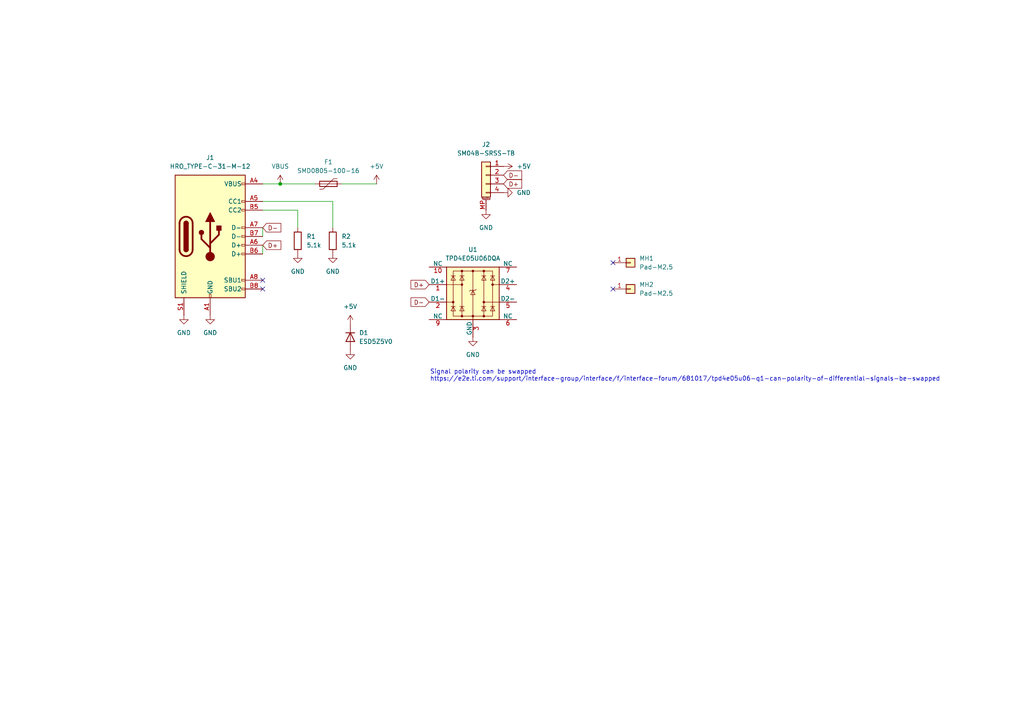
<source format=kicad_sch>
(kicad_sch (version 20250114) (generator "eeschema") (generator_version "9.0")
  (paper "A4")
  (lib_symbols
    (symbol "Connector:USB_C_Receptacle_USB2.0_16P" (pin_names (offset 1.016))
      (property "Reference" "J" (at 0 22.225 0))
      (property "Value" "USB_C_Receptacle_USB2.0_16P" (at 0 19.685 0))
      (symbol "USB_C_Receptacle_USB2.0_16P_0_0"
        (rectangle (start -0.254 -17.78) (end 0.254 -16.764))
        (rectangle (start 10.16 15.494) (end 9.144 14.986))
        (rectangle (start 10.16 10.414) (end 9.144 9.906))
        (rectangle (start 10.16 7.874) (end 9.144 7.366))
        (rectangle (start 10.16 2.794) (end 9.144 2.286))
        (rectangle (start 10.16 0.254) (end 9.144 -0.254))
        (rectangle (start 10.16 -2.286) (end 9.144 -2.794))
        (rectangle (start 10.16 -4.826) (end 9.144 -5.334))
        (rectangle (start 10.16 -12.446) (end 9.144 -12.954))
        (rectangle (start 10.16 -14.986) (end 9.144 -15.494))
      )
      (symbol "USB_C_Receptacle_USB2.0_16P_0_1"
        (rectangle (start -10.16 17.78) (end 10.16 -17.78) (stroke (width 0.254)) (fill (type background)))
        (polyline (pts (xy -8.89 -3.81) (xy -8.89 3.81)) (stroke (width 0.508)))
        (rectangle (start -7.62 -3.81) (end -6.35 3.81) (stroke (width 0.254)) (fill (type outline)))
        (arc (start -7.62 3.81) (mid -6.985 4.4423) (end -6.35 3.81) (stroke (width 0.254)))
        (arc (start -7.62 3.81) (mid -6.985 4.4423) (end -6.35 3.81) (stroke (width 0.254)) (fill (type outline)))
        (arc (start -8.89 3.81) (mid -6.985 5.7067) (end -5.08 3.81) (stroke (width 0.508)))
        (arc (start -5.08 -3.81) (mid -6.985 -5.7067) (end -8.89 -3.81) (stroke (width 0.508)))
        (arc (start -6.35 -3.81) (mid -6.985 -4.4423) (end -7.62 -3.81) (stroke (width 0.254)))
        (arc (start -6.35 -3.81) (mid -6.985 -4.4423) (end -7.62 -3.81) (stroke (width 0.254)) (fill (type outline)))
        (polyline (pts (xy -5.08 3.81) (xy -5.08 -3.81)) (stroke (width 0.508)))
        (circle (center -2.54 1.143) (radius 0.635) (stroke (width 0.254)) (fill (type outline)))
        (polyline (pts (xy -1.27 4.318) (xy 0 6.858) (xy 1.27 4.318) (xy -1.27 4.318)) (stroke (width 0.254)) (fill (type outline)))
        (polyline (pts (xy 0 -2.032) (xy 2.54 0.508) (xy 2.54 1.778)) (stroke (width 0.508)))
        (polyline (pts (xy 0 -3.302) (xy -2.54 -0.762) (xy -2.54 0.508)) (stroke (width 0.508)))
        (polyline (pts (xy 0 -5.842) (xy 0 4.318)) (stroke (width 0.508)))
        (circle (center 0 -5.842) (radius 1.27) (fill (type outline)))
        (rectangle (start 1.905 1.778) (end 3.175 3.048) (stroke (width 0.254)) (fill (type outline)))
      )
      (symbol "USB_C_Receptacle_USB2.0_16P_1_1"
        (pin passive line (at -7.62 -22.86 90) (length 5.08) (name "SHIELD") (number "S1"))
        (pin passive line (at 0 -22.86 90) (length 5.08) (name "GND") (number "A1"))
        (pin passive line (at 0 -22.86 90) (length 5.08) (hide yes) (name "GND") (number "A12"))
        (pin passive line (at 0 -22.86 90) (length 5.08) (hide yes) (name "GND") (number "B1"))
        (pin passive line (at 0 -22.86 90) (length 5.08) (hide yes) (name "GND") (number "B12"))
        (pin passive line (at 15.24 15.24 180) (length 5.08) (name "VBUS") (number "A4"))
        (pin passive line (at 15.24 15.24 180) (length 5.08) (hide yes) (name "VBUS") (number "A9"))
        (pin passive line (at 15.24 15.24 180) (length 5.08) (hide yes) (name "VBUS") (number "B4"))
        (pin passive line (at 15.24 15.24 180) (length 5.08) (hide yes) (name "VBUS") (number "B9"))
        (pin bidirectional line (at 15.24 10.16 180) (length 5.08) (name "CC1") (number "A5"))
        (pin bidirectional line (at 15.24 7.62 180) (length 5.08) (name "CC2") (number "B5"))
        (pin bidirectional line (at 15.24 2.54 180) (length 5.08) (name "D-") (number "A7"))
        (pin bidirectional line (at 15.24 0 180) (length 5.08) (name "D-") (number "B7"))
        (pin bidirectional line (at 15.24 -2.54 180) (length 5.08) (name "D+") (number "A6"))
        (pin bidirectional line (at 15.24 -5.08 180) (length 5.08) (name "D+") (number "B6"))
        (pin bidirectional line (at 15.24 -12.7 180) (length 5.08) (name "SBU1") (number "A8"))
        (pin bidirectional line (at 15.24 -15.24 180) (length 5.08) (name "SBU2") (number "B8"))
      )
    )
    (symbol "Connector_Generic:Conn_01x01" (pin_names (offset 1.016) (hide yes))
      (property "Reference" "J" (at 0 2.54 0))
      (property "Value" "Conn_01x01" (at 0 -2.54 0))
      (symbol "Conn_01x01_1_1"
        (rectangle (start -1.27 1.27) (end 1.27 -1.27) (stroke (width 0.254)) (fill (type background)))
        (rectangle (start -1.27 0.127) (end 0 -0.127) (stroke (width 0.1524)))
        (pin passive line (at -5.08 0 0) (length 3.81) (name "Pin_1") (number "1"))
      )
    )
    (symbol "Connector_Generic_MountingPin:Conn_01x04_MountingPin" (pin_names (offset 1.016) (hide yes))
      (property "Reference" "J" (at 0 5.08 0))
      (property "Value" "Conn_01x04_MountingPin" (at 1.27 -7.62 0))
      (symbol "Conn_01x04_MountingPin_1_1"
        (rectangle (start -1.27 3.81) (end 1.27 -6.35) (stroke (width 0.254)) (fill (type background)))
        (rectangle (start -1.27 2.667) (end 0 2.413) (stroke (width 0.1524)))
        (rectangle (start -1.27 0.127) (end 0 -0.127) (stroke (width 0.1524)))
        (rectangle (start -1.27 -2.413) (end 0 -2.667) (stroke (width 0.1524)))
        (rectangle (start -1.27 -4.953) (end 0 -5.207) (stroke (width 0.1524)))
        (polyline (pts (xy -1.016 -7.112) (xy 1.016 -7.112)) (stroke (width 0.1524)))
        (text "Mounting" (at 0 -6.731 0) (effects (font (size 0.381 0.381))))
        (pin passive line (at -5.08 2.54 0) (length 3.81) (name "Pin_1") (number "1"))
        (pin passive line (at -5.08 0 0) (length 3.81) (name "Pin_2") (number "2"))
        (pin passive line (at -5.08 -2.54 0) (length 3.81) (name "Pin_3") (number "3"))
        (pin passive line (at -5.08 -5.08 0) (length 3.81) (name "Pin_4") (number "4"))
        (pin passive line (at 0 -10.16 90) (length 3.048) (name "MountPin") (number "MP"))
      )
    )
    (symbol "Device:D" (pin_numbers (hide yes)) (pin_names (offset 1.016) (hide yes))
      (property "Reference" "D" (at 0 2.54 0))
      (property "Value" "D" (at 0 -2.54 0))
      (symbol "D_0_1"
        (polyline (pts (xy -1.27 1.27) (xy -1.27 -1.27)) (stroke (width 0.254)))
        (polyline (pts (xy 1.27 1.27) (xy 1.27 -1.27) (xy -1.27 0) (xy 1.27 1.27)) (stroke (width 0.254)))
        (polyline (pts (xy 1.27 0) (xy -1.27 0)))
      )
      (symbol "D_1_1"
        (pin passive line (at -3.81 0 0) (length 2.54) (name "K") (number "1"))
        (pin passive line (at 3.81 0 180) (length 2.54) (name "A") (number "2"))
      )
    )
    (symbol "Device:Polyfuse" (pin_numbers (hide yes)) (pin_names (offset 0))
      (property "Reference" "F" (at -2.54 0 90))
      (property "Value" "Polyfuse" (at 2.54 0 90))
      (symbol "Polyfuse_0_1"
        (polyline (pts (xy -1.524 2.54) (xy -1.524 1.524) (xy 1.524 -1.524) (xy 1.524 -2.54)))
        (rectangle (start -0.762 2.54) (end 0.762 -2.54) (stroke (width 0.254)))
        (polyline (pts (xy 0 2.54) (xy 0 -2.54)))
      )
      (symbol "Polyfuse_1_1"
        (pin passive line (at 0 3.81 270) (length 1.27) (name "~") (number "1"))
        (pin passive line (at 0 -3.81 90) (length 1.27) (name "~") (number "2"))
      )
    )
    (symbol "Device:R" (pin_numbers (hide yes)) (pin_names (offset 0))
      (property "Reference" "R" (at 2.032 0 90))
      (property "Value" "R" (at 0 0 90))
      (symbol "R_0_1"
        (rectangle (start -1.016 -2.54) (end 1.016 2.54) (stroke (width 0.254)))
      )
      (symbol "R_1_1"
        (pin passive line (at 0 3.81 270) (length 1.27) (name "~") (number "1"))
        (pin passive line (at 0 -3.81 90) (length 1.27) (name "~") (number "2"))
      )
    )
    (symbol "Power_Protection:TPD4E05U06DQA" (pin_names (offset 0))
      (property "Reference" "U" (at -0.635 8.89 0))
      (property "Value" "TPD4E05U06DQA" (at 1.905 -10.16 0))
      (symbol "TPD4E05U06DQA_0_0"
        (rectangle (start -5.715 6.477) (end 5.715 -6.604))
        (polyline (pts (xy -3.175 -6.604) (xy -3.175 6.477)))
        (polyline (pts (xy 0 6.477) (xy 0 -6.604)))
        (polyline (pts (xy 3.175 6.477) (xy 3.175 -6.604)))
      )
      (symbol "TPD4E05U06DQA_0_1"
        (polyline (pts (xy -7.747 2.54) (xy -3.175 2.54)))
        (rectangle (start -7.62 7.62) (end 7.62 -7.62) (stroke (width 0.254)) (fill (type background)))
        (polyline (pts (xy -7.62 -2.54) (xy -5.715 -2.54)))
        (circle (center -5.715 -2.54) (radius 0.2794) (fill (type outline)))
        (polyline (pts (xy -5.08 5.08) (xy -6.35 5.08)))
        (polyline (pts (xy -5.08 3.81) (xy -6.35 3.81) (xy -5.715 5.08) (xy -5.08 3.81)))
        (polyline (pts (xy -5.08 -3.81) (xy -6.35 -3.81)))
        (polyline (pts (xy -5.08 -5.08) (xy -6.35 -5.08) (xy -5.715 -3.81) (xy -5.08 -5.08)))
        (circle (center -3.175 6.477) (radius 0.2794) (fill (type outline)))
        (circle (center -3.175 2.54) (radius 0.2794) (fill (type outline)))
        (circle (center -3.175 -6.604) (radius 0.2794) (fill (type outline)))
        (polyline (pts (xy -2.54 5.08) (xy -3.81 5.08)))
        (polyline (pts (xy -2.54 3.81) (xy -3.81 3.81) (xy -3.175 5.08) (xy -2.54 3.81)))
        (polyline (pts (xy -2.54 -3.81) (xy -3.81 -3.81)))
        (polyline (pts (xy -2.54 -5.08) (xy -3.81 -5.08) (xy -3.175 -3.81) (xy -2.54 -5.08)))
        (polyline (pts (xy -0.635 0.889) (xy -1.016 0.635)))
        (circle (center 0 6.477) (radius 0.2794) (fill (type outline)))
        (polyline (pts (xy 0 -6.604) (xy 0 -7.62)))
        (circle (center 0 -6.604) (radius 0.2794) (fill (type outline)))
        (polyline (pts (xy 0.635 0.889) (xy -0.635 0.889)))
        (polyline (pts (xy 0.635 0.889) (xy 1.016 1.143)))
        (polyline (pts (xy 0.635 -0.381) (xy -0.635 -0.381) (xy 0 0.889) (xy 0.635 -0.381)))
        (circle (center 3.175 6.477) (radius 0.2794) (fill (type outline)))
        (circle (center 3.175 -2.54) (radius 0.2794) (fill (type outline)))
        (circle (center 3.175 -6.604) (radius 0.2794) (fill (type outline)))
        (polyline (pts (xy 3.81 5.08) (xy 2.54 5.08)))
        (polyline (pts (xy 3.81 3.81) (xy 2.54 3.81) (xy 3.175 5.08) (xy 3.81 3.81)))
        (polyline (pts (xy 3.81 -3.81) (xy 2.54 -3.81)))
        (polyline (pts (xy 3.81 -5.08) (xy 2.54 -5.08) (xy 3.175 -3.81) (xy 3.81 -5.08)))
        (circle (center 5.715 2.54) (radius 0.2794) (fill (type outline)))
        (polyline (pts (xy 6.35 5.08) (xy 5.08 5.08)))
        (polyline (pts (xy 6.35 3.81) (xy 5.08 3.81) (xy 5.715 5.08) (xy 6.35 3.81)))
        (polyline (pts (xy 6.35 -3.81) (xy 5.08 -3.81)))
        (polyline (pts (xy 6.35 -5.08) (xy 5.08 -5.08) (xy 5.715 -3.81) (xy 6.35 -5.08)))
        (polyline (pts (xy 7.62 2.54) (xy 5.715 2.54)))
        (polyline (pts (xy 7.62 -2.54) (xy 3.175 -2.54)))
      )
      (symbol "TPD4E05U06DQA_1_1"
        (pin free line (at -12.7 7.62 0) (length 5.08) (name "NC") (number "10"))
        (pin passive line (at -12.7 2.54 0) (length 5.08) (name "D1+") (number "1"))
        (pin passive line (at -12.7 -2.54 0) (length 5.08) (name "D1-") (number "2"))
        (pin free line (at -12.7 -7.62 0) (length 5.08) (name "NC") (number "9"))
        (pin power_in line (at 0 -12.7 90) (length 5.08) (name "GND") (number "3"))
        (pin passive line (at 0 -12.7 90) (length 5.08) (hide yes) (name "GND") (number "8"))
        (pin free line (at 12.7 7.62 180) (length 5.08) (name "NC") (number "7"))
        (pin passive line (at 12.7 2.54 180) (length 5.08) (name "D2+") (number "4"))
        (pin passive line (at 12.7 -2.54 180) (length 5.08) (name "D2-") (number "5"))
        (pin free line (at 12.7 -7.62 180) (length 5.08) (name "NC") (number "6"))
      )
    )
    (symbol "power:+5V" (power) (pin_numbers (hide yes)) (pin_names (offset 0) (hide yes))
      (property "Value" "+5V" (at 0 3.556 0))
      (symbol "+5V_0_1"
        (polyline (pts (xy -0.762 1.27) (xy 0 2.54)))
        (polyline (pts (xy 0 2.54) (xy 0.762 1.27)))
        (polyline (pts (xy 0 0) (xy 0 2.54)))
      )
      (symbol "+5V_1_1"
        (pin power_in line (at 0 0 90) (length 0) (name "~") (number "1"))
      )
    )
    (symbol "power:GND" (power) (pin_numbers (hide yes)) (pin_names (offset 0) (hide yes))
      (property "Value" "GND" (at 0 -3.81 0))
      (symbol "GND_0_1"
        (polyline (pts (xy 0 0) (xy 0 -1.27) (xy 1.27 -1.27) (xy 0 -2.54) (xy -1.27 -1.27) (xy 0 -1.27)))
      )
      (symbol "GND_1_1"
        (pin power_in line (at 0 0 270) (length 0) (name "~") (number "1"))
      )
    )
    (symbol "power:VBUS" (power) (pin_numbers (hide yes)) (pin_names (offset 0) (hide yes))
      (property "Value" "VBUS" (at 0 3.556 0))
      (symbol "VBUS_0_1"
        (polyline (pts (xy -0.762 1.27) (xy 0 2.54)))
        (polyline (pts (xy 0 2.54) (xy 0.762 1.27)))
        (polyline (pts (xy 0 0) (xy 0 2.54)))
      )
      (symbol "VBUS_1_1"
        (pin power_in line (at 0 0 90) (length 0) (name "~") (number "1"))
      )
    )
  )
  (text "Signal polarity can be swapped\nhttps://e2e.ti.com/support/interface-group/interface/f/interface-forum/681017/tpd4e05u06-q1-can-polarity-of-differential-signals-be-swapped" (at 124.714 108.966 0) (effects (font (size 1.27 1.27)) (justify left)))
  (junction (at 81.28 53.34))
  (no_connect (at 177.8 76.2))
  (no_connect (at 76.2 83.82))
  (no_connect (at 76.2 81.28))
  (no_connect (at 177.8 83.82))
  (wire (pts (xy 86.36 60.96) (xy 86.36 66.04)))
  (wire (pts (xy 96.52 66.04) (xy 96.52 58.42)))
  (wire (pts (xy 76.2 66.04) (xy 76.2 68.58)))
  (wire (pts (xy 76.2 60.96) (xy 86.36 60.96)))
  (wire (pts (xy 76.2 53.34) (xy 81.28 53.34)))
  (wire (pts (xy 96.52 58.42) (xy 76.2 58.42)))
  (wire (pts (xy 99.06 53.34) (xy 109.22 53.34)))
  (wire (pts (xy 76.2 71.12) (xy 76.2 73.66)))
  (wire (pts (xy 81.28 53.34) (xy 91.44 53.34)))
  (global_label "D-" (shape input) (at 76.2 66.04 0) (property "Intersheetrefs" "${INTERSHEET_REFS}" (effects (hide yes))))
  (global_label "D+" (shape input) (at 146.05 53.34 0) (property "Intersheetrefs" "${INTERSHEET_REFS}" (effects (hide yes))))
  (global_label "D+" (shape input) (at 124.46 82.55 180) (property "Intersheetrefs" "${INTERSHEET_REFS}" (effects (hide yes))))
  (global_label "D-" (shape input) (at 124.46 87.63 180) (property "Intersheetrefs" "${INTERSHEET_REFS}" (effects (hide yes))))
  (global_label "D-" (shape input) (at 146.05 50.8 0) (property "Intersheetrefs" "${INTERSHEET_REFS}" (effects (hide yes))))
  (global_label "D+" (shape input) (at 76.2 71.12 0) (property "Intersheetrefs" "${INTERSHEET_REFS}" (effects (hide yes))))
  (symbol (lib_id "power:+5V") (at 146.05 48.26 270) (unit 1)
    (property "Reference" "#PWR08" (effects (hide yes)))
    (property "Value" "+5V" (at 149.86 48.2599 90) (effects (justify left)))
    (property "Description" "Power symbol creates a global label with name \"+5V\"" (effects (hide yes)))
  )
  (symbol (lib_id "power:GND") (at 137.16 97.79 0) (unit 1)
    (property "Reference" "#PWR02" (effects (hide yes)))
    (property "Value" "GND" (at 137.16 102.87 0))
    (property "Description" "Power symbol creates a global label with name \"GND\" , ground" (effects (hide yes)))
  )
  (symbol (lib_id "power:GND") (at 140.97 60.96 0) (unit 1)
    (property "Reference" "#PWR010" (effects (hide yes)))
    (property "Value" "GND" (at 140.97 66.04 0))
    (property "Description" "Power symbol creates a global label with name \"GND\" , ground" (effects (hide yes)))
  )
  (symbol (lib_id "power:GND") (at 96.52 73.66 0) (unit 1)
    (property "Reference" "#PWR06" (effects (hide yes)))
    (property "Value" "GND" (at 96.52 78.74 0))
    (property "Description" "Power symbol creates a global label with name \"GND\" , ground" (effects (hide yes)))
  )
  (symbol (lib_id "power:+5V") (at 109.22 53.34 0) (unit 1)
    (property "Reference" "#PWR07" (effects (hide yes)))
    (property "Value" "+5V" (at 109.22 48.26 0))
    (property "Description" "Power symbol creates a global label with name \"+5V\"" (effects (hide yes)))
  )
  (symbol (lib_id "Device:Polyfuse") (at 95.25 53.34 90) (unit 1)
    (property "Reference" "F1" (at 95.25 46.99 90))
    (property "Value" "SMD0805-100-16" (at 95.25 49.53 90))
    (property "Footprint" "Fuse:Fuse_0805_2012Metric" (effects (hide yes)))
    (property "Description" "Polyfuse, 16V 1A, 0805" (effects (hide yes)))
  )
  (symbol (lib_id "Device:R") (at 96.52 69.85 0) (unit 1)
    (property "Reference" "R2" (at 99.06 68.5799 0) (effects (justify left)))
    (property "Value" "5.1k" (at 99.06 71.1199 0) (effects (justify left)))
    (property "Footprint" "Resistor_SMD:R_0603_1608Metric" (effects (hide yes)))
    (property "Description" "Resistor" (effects (hide yes)))
  )
  (symbol (lib_id "power:GND") (at 60.96 91.44 0) (unit 1)
    (property "Reference" "#PWR03" (effects (hide yes)))
    (property "Value" "GND" (at 60.96 96.52 0))
    (property "Description" "Power symbol creates a global label with name \"GND\" , ground" (effects (hide yes)))
  )
  (symbol (lib_id "power:GND") (at 86.36 73.66 0) (unit 1)
    (property "Reference" "#PWR05" (effects (hide yes)))
    (property "Value" "GND" (at 86.36 78.74 0))
    (property "Description" "Power symbol creates a global label with name \"GND\" , ground" (effects (hide yes)))
  )
  (symbol (lib_id "Connector_Generic:Conn_01x01") (at 182.88 76.2 0) (unit 1) (in_bom no)
    (property "Reference" "MH1" (at 185.42 74.9299 0) (effects (justify left)))
    (property "Value" "Pad-M2.5" (at 185.42 77.4699 0) (effects (justify left)))
    (property "Footprint" "locallib:MountingHole-M2.5-Simple" (effects (hide yes)))
    (property "Description" "Generic connector, single row, 01x01, script generated (kicad-library-utils/schlib/autogen/connector/)" (effects (hide yes)))
  )
  (symbol (lib_id "Device:D") (at 101.6 97.79 270) (unit 1)
    (property "Reference" "D1" (at 104.14 96.5199 90) (effects (justify left)))
    (property "Value" "ESD5Z5V0" (at 104.14 99.0599 90) (effects (justify left)))
    (property "Footprint" "Diode_SMD:D_SOD-523" (effects (hide yes)))
    (property "Description" "Diode" (effects (hide yes)))
    (property "Sim.Device" "D" (effects (hide yes)))
    (property "Sim.Pins" "1=K 2=A" (effects (hide yes)))
  )
  (symbol (lib_id "Connector:USB_C_Receptacle_USB2.0_16P") (at 60.96 68.58 0) (unit 1)
    (property "Reference" "J1" (at 60.96 45.72 0))
    (property "Value" "HRO_TYPE-C-31-M-12" (at 60.96 48.26 0))
    (property "Footprint" "locallib:HRO-TYPE-C-31-M-12-Assembly-Minimal" (effects (hide yes)))
    (property "Datasheet" "https://www.usb.org/sites/default/files/documents/usb_type-c.zip" (effects (hide yes)))
    (property "Description" "USB 2.0-only 16P Type-C Receptacle connector" (effects (hide yes)))
  )
  (symbol (lib_id "Device:R") (at 86.36 69.85 0) (unit 1)
    (property "Reference" "R1" (at 88.9 68.5799 0) (effects (justify left)))
    (property "Value" "5.1k" (at 88.9 71.1199 0) (effects (justify left)))
    (property "Footprint" "Resistor_SMD:R_0603_1608Metric" (effects (hide yes)))
    (property "Description" "Resistor" (effects (hide yes)))
  )
  (symbol (lib_id "power:GND") (at 101.6 101.6 0) (unit 1)
    (property "Reference" "#PWR013" (effects (hide yes)))
    (property "Value" "GND" (at 101.6 106.68 0))
    (property "Description" "Power symbol creates a global label with name \"GND\" , ground" (effects (hide yes)))
  )
  (symbol (lib_id "Connector_Generic:Conn_01x01") (at 182.88 83.82 0) (unit 1) (in_bom no)
    (property "Reference" "MH2" (at 185.42 82.5499 0) (effects (justify left)))
    (property "Value" "Pad-M2.5" (at 185.42 85.0899 0) (effects (justify left)))
    (property "Footprint" "locallib:MountingHole-M2.5-Simple" (effects (hide yes)))
    (property "Description" "Generic connector, single row, 01x01, script generated (kicad-library-utils/schlib/autogen/connector/)" (effects (hide yes)))
  )
  (symbol (lib_id "Power_Protection:TPD4E05U06DQA") (at 137.16 85.09 0) (unit 1)
    (property "Reference" "U1" (at 137.16 72.39 0))
    (property "Value" "TPD4E05U06DQA" (at 137.16 74.93 0))
    (property "Footprint" "Package_SON:USON-10_2.5x1.0mm_P0.5mm" (effects (hide yes)))
    (property "Datasheet" "https://www.ti.com/lit/ds/symlink/tpd4e05u06.pdf" (effects (hide yes)))
    (property "Description" "4-Channel ESD Protection for Super-Speed USB 3.0 Interface, USON-10" (effects (hide yes)))
  )
  (symbol (lib_id "power:+5V") (at 101.6 93.98 0) (unit 1)
    (property "Reference" "#PWR012" (effects (hide yes)))
    (property "Value" "+5V" (at 101.6 88.9 0))
    (property "Description" "Power symbol creates a global label with name \"+5V\"" (effects (hide yes)))
  )
  (symbol (lib_id "power:GND") (at 53.34 91.44 0) (unit 1)
    (property "Reference" "#PWR04" (effects (hide yes)))
    (property "Value" "GND" (at 53.34 96.52 0))
    (property "Description" "Power symbol creates a global label with name \"GND\" , ground" (effects (hide yes)))
  )
  (symbol (lib_id "power:VBUS") (at 81.28 53.34 0) (unit 1)
    (property "Reference" "#PWR01" (effects (hide yes)))
    (property "Value" "VBUS" (at 81.28 48.26 0))
    (property "Description" "Power symbol creates a global label with name \"VBUS\"" (effects (hide yes)))
  )
  (symbol (lib_id "Connector_Generic_MountingPin:Conn_01x04_MountingPin") (at 140.97 50.8 0) (mirror y) (unit 1)
    (property "Reference" "J2" (at 140.97 41.91 0))
    (property "Value" "SM04B-SRSS-TB" (at 140.97 44.45 0))
    (property "Footprint" "locallib:JST_SH_SM04B-SRSS-TB_1x04-1MP_P1.00mm_Horizontal_SmallerPads" (effects (hide yes)))
    (property "Description" "JST-SH SM04B-SRSS-TB" (effects (hide yes)))
  )
  (symbol (lib_id "power:GND") (at 146.05 55.88 90) (unit 1)
    (property "Reference" "#PWR09" (effects (hide yes)))
    (property "Value" "GND" (at 149.86 55.8799 90) (effects (justify right)))
    (property "Description" "Power symbol creates a global label with name \"GND\" , ground" (effects (hide yes)))
  )
)
</source>
